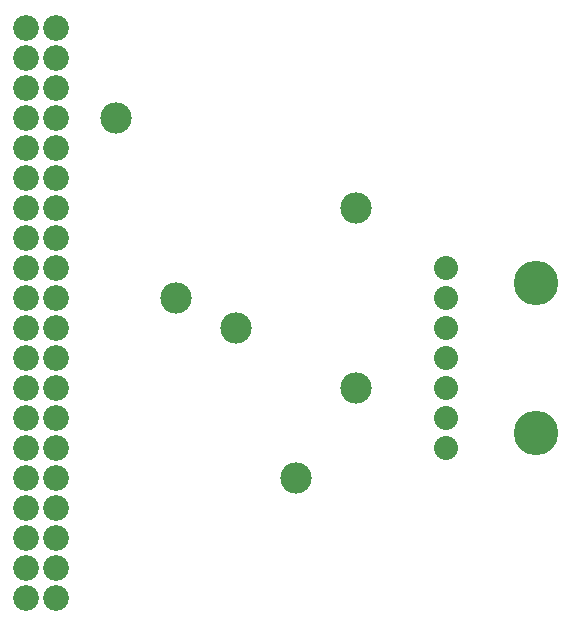
<source format=gbs>
G04 MADE WITH FRITZING*
G04 WWW.FRITZING.ORG*
G04 DOUBLE SIDED*
G04 HOLES PLATED*
G04 CONTOUR ON CENTER OF CONTOUR VECTOR*
%ASAXBY*%
%FSLAX23Y23*%
%MOIN*%
%OFA0B0*%
%SFA1.0B1.0*%
%ADD10C,0.080000*%
%ADD11C,0.148425*%
%ADD12C,0.085361*%
%ADD13C,0.104488*%
%LNMASK0*%
G90*
G70*
G54D10*
X1488Y1283D03*
G54D11*
X1788Y1233D03*
G54D10*
X1488Y1183D03*
X1488Y1083D03*
X1488Y983D03*
X1488Y883D03*
X1488Y783D03*
G54D11*
X1788Y733D03*
G54D10*
X1488Y683D03*
G54D12*
X188Y183D03*
X188Y283D03*
X188Y383D03*
X188Y483D03*
X188Y583D03*
X188Y683D03*
X188Y783D03*
X188Y883D03*
X188Y983D03*
X188Y1083D03*
X188Y1183D03*
X188Y1283D03*
X188Y1383D03*
X188Y1483D03*
X188Y1584D03*
X188Y1683D03*
X188Y1783D03*
X188Y1883D03*
X188Y1983D03*
X188Y2084D03*
X88Y2084D03*
X88Y1983D03*
X88Y1883D03*
X88Y1783D03*
X88Y1683D03*
X88Y1584D03*
X88Y1483D03*
X88Y1383D03*
X88Y1283D03*
X88Y1183D03*
X88Y1083D03*
X88Y983D03*
X88Y883D03*
X88Y783D03*
X88Y683D03*
X88Y583D03*
X88Y483D03*
X88Y383D03*
X88Y283D03*
X88Y183D03*
G54D13*
X988Y583D03*
X388Y1783D03*
X588Y1183D03*
X788Y1083D03*
X1188Y1483D03*
X1188Y883D03*
G04 End of Mask0*
M02*
</source>
